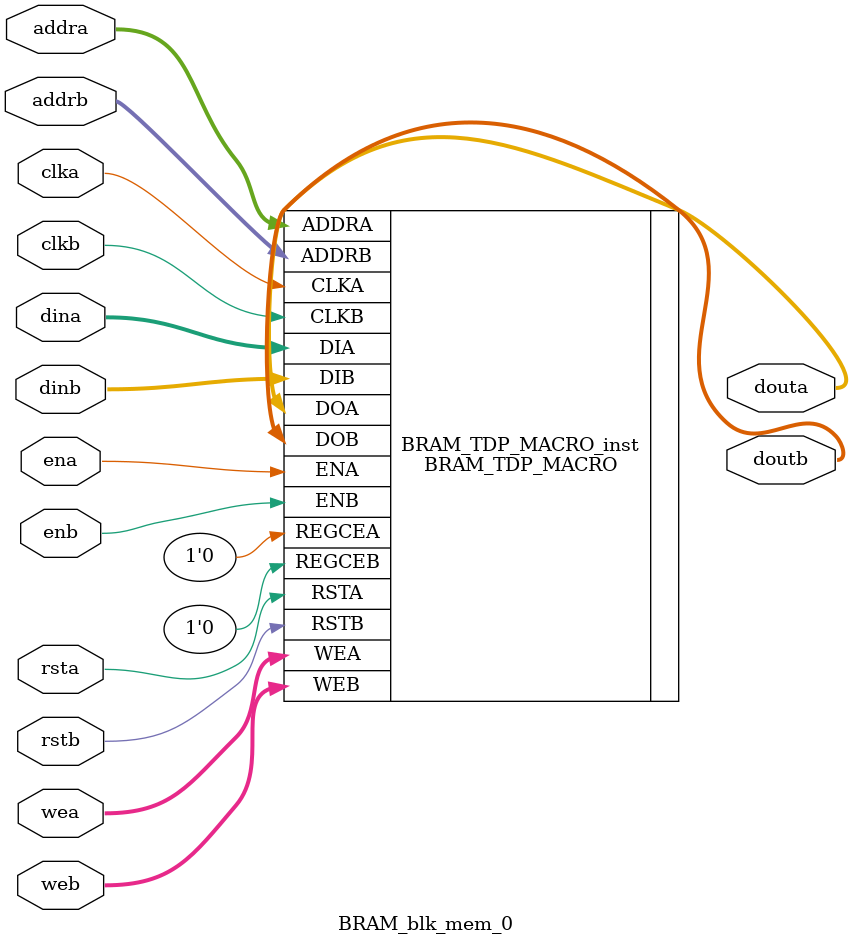
<source format=v>
`timescale 1ns/1ps

module BRAM_blk_mem_0 (
  clka,
  ena,
  wea,
  addra,
  dina,
  douta,
  rsta,
  clkb,
  enb,
  web,
  addrb,
  dinb,
  doutb,
  rstb
);


input wire clka;
input wire clkb;

input wire ena;
input wire enb;

input wire rsta;
input wire rstb;

input wire [3 : 0] wea;
input wire [3 : 0] web;

input wire [9 : 0] addra;
input wire [9 : 0] addrb;

input wire [31 : 0] dina;
input wire [31 : 0] dinb;

output wire [31 : 0] douta;
output wire [31 : 0] doutb;


// BRAM_TDP_MACRO : In order to incorporate this function into the design,
//   Verilog   : the following instance declaration needs to be placed
//  instance   : in the body of the design code.  The instance name
// declaration : (BRAM_TDP_MACRO_inst) and/or the port declarations within the
//    code     : parenthesis may be changed to properly reference and
//             : connect this function to the design.  All inputs
//             : and outputs must be connected.

//  <-----Cut code below this line---->

   // BRAM_TDP_MACRO: True Dual Port RAM
   //                 Virtex-7
   // Xilinx HDL Language Template, version 2016.4
   
   //////////////////////////////////////////////////////////////////////////
   // DATA_WIDTH_A/B | BRAM_SIZE | RAM Depth | ADDRA/B Width | WEA/B Width //
   // ===============|===========|===========|===============|=============//
   //     19-36      |  "36Kb"   |    1024   |    10-bit     |    4-bit    //
   //     10-18      |  "36Kb"   |    2048   |    11-bit     |    2-bit    //
   //     10-18      |  "18Kb"   |    1024   |    10-bit     |    2-bit    //
   //      5-9       |  "36Kb"   |    4096   |    12-bit     |    1-bit    //
   //      5-9       |  "18Kb"   |    2048   |    11-bit     |    1-bit    //
   //      3-4       |  "36Kb"   |    8192   |    13-bit     |    1-bit    //
   //      3-4       |  "18Kb"   |    4096   |    12-bit     |    1-bit    //
   //        2       |  "36Kb"   |   16384   |    14-bit     |    1-bit    //
   //        2       |  "18Kb"   |    8192   |    13-bit     |    1-bit    //
   //        1       |  "36Kb"   |   32768   |    15-bit     |    1-bit    //
   //        1       |  "18Kb"   |   16384   |    14-bit     |    1-bit    //
   //////////////////////////////////////////////////////////////////////////

   BRAM_TDP_MACRO #(
      .BRAM_SIZE("36Kb"), // Target BRAM: "18Kb" or "36Kb" 
      .DEVICE("7SERIES"), // Target device: "7SERIES" 
      .DOA_REG(0),        // Optional port A output register (0 or 1)
      .DOB_REG(0),        // Optional port B output register (0 or 1)
      .INIT_A(36'h00000000),  // Initial values on port A output port
      .INIT_B(36'h00000000), // Initial values on port B output port
      .INIT_FILE ("weight_0.mem"),
      .READ_WIDTH_A (32),   // Valid values are 1-36 (19-36 only valid when BRAM_SIZE="36Kb")
      .READ_WIDTH_B (32),   // Valid values are 1-36 (19-36 only valid when BRAM_SIZE="36Kb")
      .SIM_COLLISION_CHECK ("ALL"), // Collision check enable "ALL", "WARNING_ONLY", 
                                    //   "GENERATE_X_ONLY" or "NONE" 
      .SRVAL_A(36'h00000000), // Set/Reset value for port A output
      .SRVAL_B(36'h00000000), // Set/Reset value for port B output
      .WRITE_MODE_A("WRITE_FIRST"), // "WRITE_FIRST", "READ_FIRST", or "NO_CHANGE" 
      .WRITE_MODE_B("WRITE_FIRST"), // "WRITE_FIRST", "READ_FIRST", or "NO_CHANGE" 
      .WRITE_WIDTH_A(32), // Valid values are 1-36 (19-36 only valid when BRAM_SIZE="36Kb")
      .WRITE_WIDTH_B(32), // Valid values are 1-36 (19-36 only valid when BRAM_SIZE="36Kb")
      .INIT_00(256'h0000000000000000000000000000000000000000000000000000000000000000),
      .INIT_01(256'h0000000000000000000000000000000000000000000000000000000000000000),
      .INIT_02(256'h0000000000000000000000000000000000000000000000000000000000000000),
      .INIT_03(256'h0000000000000000000000000000000000000000000000000000000000000000),
      .INIT_04(256'h0000000000000000000000000000000000000000000000000000000000000000),
      .INIT_05(256'h0000000000000000000000000000000000000000000000000000000000000000),
      .INIT_06(256'h0000000000000000000000000000000000000000000000000000000000000000),
      .INIT_07(256'h0000000000000000000000000000000000000000000000000000000000000000),
      .INIT_08(256'h0000000000000000000000000000000000000000000000000000000000000000),
      .INIT_09(256'h0000000000000000000000000000000000000000000000000000000000000000),
      .INIT_0A(256'h0000000000000000000000000000000000000000000000000000000000000000),
      .INIT_0B(256'h0000000000000000000000000000000000000000000000000000000000000000),
      .INIT_0C(256'h0000000000000000000000000000000000000000000000000000000000000000),
      .INIT_0D(256'h0000000000000000000000000000000000000000000000000000000000000000),
      .INIT_0E(256'h0000000000000000000000000000000000000000000000000000000000000000),
      .INIT_0F(256'h0000000000000000000000000000000000000000000000000000000000000000),
      .INIT_10(256'h0000000000000000000000000000000000000000000000000000000000000000),
      .INIT_11(256'h0000000000000000000000000000000000000000000000000000000000000000),
      .INIT_12(256'h0000000000000000000000000000000000000000000000000000000000000000),
      .INIT_13(256'h0000000000000000000000000000000000000000000000000000000000000000),
      .INIT_14(256'h0000000000000000000000000000000000000000000000000000000000000000),
      .INIT_15(256'h0000000000000000000000000000000000000000000000000000000000000000),
      .INIT_16(256'h0000000000000000000000000000000000000000000000000000000000000000),
      .INIT_17(256'h0000000000000000000000000000000000000000000000000000000000000000),
      .INIT_18(256'h0000000000000000000000000000000000000000000000000000000000000000),
      .INIT_19(256'h0000000000000000000000000000000000000000000000000000000000000000),
      .INIT_1A(256'h0000000000000000000000000000000000000000000000000000000000000000),
      .INIT_1B(256'h0000000000000000000000000000000000000000000000000000000000000000),
      .INIT_1C(256'h0000000000000000000000000000000000000000000000000000000000000000),
      .INIT_1D(256'h0000000000000000000000000000000000000000000000000000000000000000),
      .INIT_1E(256'h0000000000000000000000000000000000000000000000000000000000000000),
      .INIT_1F(256'h0000000000000000000000000000000000000000000000000000000000000000),
      .INIT_20(256'h0000000000000000000000000000000000000000000000000000000000000000),
      .INIT_21(256'h0000000000000000000000000000000000000000000000000000000000000000),
      .INIT_22(256'h0000000000000000000000000000000000000000000000000000000000000000),
      .INIT_23(256'h0000000000000000000000000000000000000000000000000000000000000000),
      .INIT_24(256'h0000000000000000000000000000000000000000000000000000000000000000),
      .INIT_25(256'h0000000000000000000000000000000000000000000000000000000000000000),
      .INIT_26(256'h0000000000000000000000000000000000000000000000000000000000000000),
      .INIT_27(256'h0000000000000000000000000000000000000000000000000000000000000000),
      .INIT_28(256'h0000000000000000000000000000000000000000000000000000000000000000),
      .INIT_29(256'h0000000000000000000000000000000000000000000000000000000000000000),
      .INIT_2A(256'h0000000000000000000000000000000000000000000000000000000000000000),
      .INIT_2B(256'h0000000000000000000000000000000000000000000000000000000000000000),
      .INIT_2C(256'h0000000000000000000000000000000000000000000000000000000000000000),
      .INIT_2D(256'h0000000000000000000000000000000000000000000000000000000000000000),
      .INIT_2E(256'h0000000000000000000000000000000000000000000000000000000000000000),
      .INIT_2F(256'h0000000000000000000000000000000000000000000000000000000000000000),
      .INIT_30(256'h0000000000000000000000000000000000000000000000000000000000000000),
      .INIT_31(256'h0000000000000000000000000000000000000000000000000000000000000000),
      .INIT_32(256'h0000000000000000000000000000000000000000000000000000000000000000),
      .INIT_33(256'h0000000000000000000000000000000000000000000000000000000000000000),
      .INIT_34(256'h0000000000000000000000000000000000000000000000000000000000000000),
      .INIT_35(256'h0000000000000000000000000000000000000000000000000000000000000000),
      .INIT_36(256'h0000000000000000000000000000000000000000000000000000000000000000),
      .INIT_37(256'h0000000000000000000000000000000000000000000000000000000000000000),
      .INIT_38(256'h0000000000000000000000000000000000000000000000000000000000000000),
      .INIT_39(256'h0000000000000000000000000000000000000000000000000000000000000000),
      .INIT_3A(256'h0000000000000000000000000000000000000000000000000000000000000000),
      .INIT_3B(256'h0000000000000000000000000000000000000000000000000000000000000000),
      .INIT_3C(256'h0000000000000000000000000000000000000000000000000000000000000000),
      .INIT_3D(256'h0000000000000000000000000000000000000000000000000000000000000000),
      .INIT_3E(256'h0000000000000000000000000000000000000000000000000000000000000000),
      .INIT_3F(256'h0000000000000000000000000000000000000000000000000000000000000000),
      
      // The next set of INIT_xx are valid when configured as 36Kb
      .INIT_40(256'h0000000000000000000000000000000000000000000000000000000000000000),
      .INIT_41(256'h0000000000000000000000000000000000000000000000000000000000000000),
      .INIT_42(256'h0000000000000000000000000000000000000000000000000000000000000000),
      .INIT_43(256'h0000000000000000000000000000000000000000000000000000000000000000),
      .INIT_44(256'h0000000000000000000000000000000000000000000000000000000000000000),
      .INIT_45(256'h0000000000000000000000000000000000000000000000000000000000000000),
      .INIT_46(256'h0000000000000000000000000000000000000000000000000000000000000000),
      .INIT_47(256'h0000000000000000000000000000000000000000000000000000000000000000),
      .INIT_48(256'h0000000000000000000000000000000000000000000000000000000000000000),
      .INIT_49(256'h0000000000000000000000000000000000000000000000000000000000000000),
      .INIT_4A(256'h0000000000000000000000000000000000000000000000000000000000000000),
      .INIT_4B(256'h0000000000000000000000000000000000000000000000000000000000000000),
      .INIT_4C(256'h0000000000000000000000000000000000000000000000000000000000000000),
      .INIT_4D(256'h0000000000000000000000000000000000000000000000000000000000000000),
      .INIT_4E(256'h0000000000000000000000000000000000000000000000000000000000000000),
      .INIT_4F(256'h0000000000000000000000000000000000000000000000000000000000000000),
      .INIT_50(256'h0000000000000000000000000000000000000000000000000000000000000000),
      .INIT_51(256'h0000000000000000000000000000000000000000000000000000000000000000),
      .INIT_52(256'h0000000000000000000000000000000000000000000000000000000000000000),
      .INIT_53(256'h0000000000000000000000000000000000000000000000000000000000000000),
      .INIT_54(256'h0000000000000000000000000000000000000000000000000000000000000000),
      .INIT_55(256'h0000000000000000000000000000000000000000000000000000000000000000),
      .INIT_56(256'h0000000000000000000000000000000000000000000000000000000000000000),
      .INIT_57(256'h0000000000000000000000000000000000000000000000000000000000000000),
      .INIT_58(256'h0000000000000000000000000000000000000000000000000000000000000000),
      .INIT_59(256'h0000000000000000000000000000000000000000000000000000000000000000),
      .INIT_5A(256'h0000000000000000000000000000000000000000000000000000000000000000),
      .INIT_5B(256'h0000000000000000000000000000000000000000000000000000000000000000),
      .INIT_5C(256'h0000000000000000000000000000000000000000000000000000000000000000),
      .INIT_5D(256'h0000000000000000000000000000000000000000000000000000000000000000),
      .INIT_5E(256'h0000000000000000000000000000000000000000000000000000000000000000),
      .INIT_5F(256'h0000000000000000000000000000000000000000000000000000000000000000),
      .INIT_60(256'h0000000000000000000000000000000000000000000000000000000000000000),
      .INIT_61(256'h0000000000000000000000000000000000000000000000000000000000000000),
      .INIT_62(256'h0000000000000000000000000000000000000000000000000000000000000000),
      .INIT_63(256'h0000000000000000000000000000000000000000000000000000000000000000),
      .INIT_64(256'h0000000000000000000000000000000000000000000000000000000000000000),
      .INIT_65(256'h0000000000000000000000000000000000000000000000000000000000000000),
      .INIT_66(256'h0000000000000000000000000000000000000000000000000000000000000000),
      .INIT_67(256'h0000000000000000000000000000000000000000000000000000000000000000),
      .INIT_68(256'h0000000000000000000000000000000000000000000000000000000000000000),
      .INIT_69(256'h0000000000000000000000000000000000000000000000000000000000000000),
      .INIT_6A(256'h0000000000000000000000000000000000000000000000000000000000000000),
      .INIT_6B(256'h0000000000000000000000000000000000000000000000000000000000000000),
      .INIT_6C(256'h0000000000000000000000000000000000000000000000000000000000000000),
      .INIT_6D(256'h0000000000000000000000000000000000000000000000000000000000000000),
      .INIT_6E(256'h0000000000000000000000000000000000000000000000000000000000000000),
      .INIT_6F(256'h0000000000000000000000000000000000000000000000000000000000000000),
      .INIT_70(256'h0000000000000000000000000000000000000000000000000000000000000000),
      .INIT_71(256'h0000000000000000000000000000000000000000000000000000000000000000),
      .INIT_72(256'h0000000000000000000000000000000000000000000000000000000000000000),
      .INIT_73(256'h0000000000000000000000000000000000000000000000000000000000000000),
      .INIT_74(256'h0000000000000000000000000000000000000000000000000000000000000000),
      .INIT_75(256'h0000000000000000000000000000000000000000000000000000000000000000),
      .INIT_76(256'h0000000000000000000000000000000000000000000000000000000000000000),
      .INIT_77(256'h0000000000000000000000000000000000000000000000000000000000000000),
      .INIT_78(256'h0000000000000000000000000000000000000000000000000000000000000000),
      .INIT_79(256'h0000000000000000000000000000000000000000000000000000000000000000),
      .INIT_7A(256'h0000000000000000000000000000000000000000000000000000000000000000),
      .INIT_7B(256'h0000000000000000000000000000000000000000000000000000000000000000),
      .INIT_7C(256'h0000000000000000000000000000000000000000000000000000000000000000),
      .INIT_7D(256'h0000000000000000000000000000000000000000000000000000000000000000),
      .INIT_7E(256'h0000000000000000000000000000000000000000000000000000000000000000),
      .INIT_7F(256'h0000000000000000000000000000000000000000000000000000000000000000),
     
      // The next set of INITP_xx are for the parity bits
      //.INIT_FF(256'h0000000000000000000000000000000000000000000000000000000000000000),
      .INITP_00(256'h0000000000000000000000000000000000000000000000000000000000000000),
      .INITP_01(256'h0000000000000000000000000000000000000000000000000000000000000000),
      .INITP_02(256'h0000000000000000000000000000000000000000000000000000000000000000),
      .INITP_03(256'h0000000000000000000000000000000000000000000000000000000000000000),
      .INITP_04(256'h0000000000000000000000000000000000000000000000000000000000000000),
      .INITP_05(256'h0000000000000000000000000000000000000000000000000000000000000000),
      .INITP_06(256'h0000000000000000000000000000000000000000000000000000000000000000),
      .INITP_07(256'h0000000000000000000000000000000000000000000000000000000000000000),
      
      // The next set of INITP_xx are valid when configured as 36Kb
      .INITP_08(256'h0000000000000000000000000000000000000000000000000000000000000000),
      .INITP_09(256'h0000000000000000000000000000000000000000000000000000000000000000),
      .INITP_0A(256'h0000000000000000000000000000000000000000000000000000000000000000),
      .INITP_0B(256'h0000000000000000000000000000000000000000000000000000000000000000),
      .INITP_0C(256'h0000000000000000000000000000000000000000000000000000000000000000),
      .INITP_0D(256'h0000000000000000000000000000000000000000000000000000000000000000),
      .INITP_0E(256'h0000000000000000000000000000000000000000000000000000000000000000),
      .INITP_0F(256'h0000000000000000000000000000000000000000000000000000000000000000)
   ) BRAM_TDP_MACRO_inst (
      .DOA(douta),       // Output port-A data, width defined by READ_WIDTH_A parameter
      .DOB(doutb),       // Output port-B data, width defined by READ_WIDTH_B parameter
      .ADDRA(addra),   // Input port-A address, width defined by Port A depth
      .ADDRB(addrb),   // Input port-B address, width defined by Port B depth
      .CLKA(clka),     // 1-bit input port-A clock
      .CLKB(clkb),     // 1-bit input port-B clock
      .DIA(dina),       // Input port-A data, width defined by WRITE_WIDTH_A parameter
      .DIB(dinb),       // Input port-B data, width defined by WRITE_WIDTH_B parameter
      .ENA(ena),       // 1-bit input port-A enable
      .ENB(enb),       // 1-bit input port-B enable
      .REGCEA(1'D0), // 1-bit input port-A output register enable
      .REGCEB(1'D0), // 1-bit input port-B output register enable
      .RSTA(rsta),     // 1-bit input port-A reset
      .RSTB(rstb),     // 1-bit input port-B reset
      .WEA(wea),       // Input port-A write enable, width defined by Port A depth
      .WEB(web)        // Input port-B write enable, width defined by Port B depth
   );

   // End of BRAM_TDP_MACRO_inst instantiation
				
endmodule
</source>
